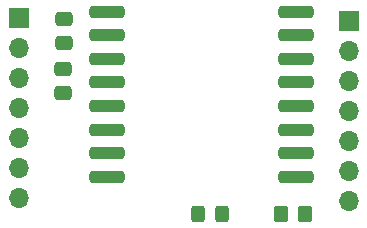
<source format=gbr>
%TF.GenerationSoftware,KiCad,Pcbnew,6.0.5-a6ca702e91~116~ubuntu20.04.1*%
%TF.CreationDate,2022-05-10T07:15:39-05:00*%
%TF.ProjectId,Ra-01_433Mhz_v001,52612d30-315f-4343-9333-4d687a5f7630,rev?*%
%TF.SameCoordinates,Original*%
%TF.FileFunction,Soldermask,Top*%
%TF.FilePolarity,Negative*%
%FSLAX46Y46*%
G04 Gerber Fmt 4.6, Leading zero omitted, Abs format (unit mm)*
G04 Created by KiCad (PCBNEW 6.0.5-a6ca702e91~116~ubuntu20.04.1) date 2022-05-10 07:15:39*
%MOMM*%
%LPD*%
G01*
G04 APERTURE LIST*
G04 Aperture macros list*
%AMRoundRect*
0 Rectangle with rounded corners*
0 $1 Rounding radius*
0 $2 $3 $4 $5 $6 $7 $8 $9 X,Y pos of 4 corners*
0 Add a 4 corners polygon primitive as box body*
4,1,4,$2,$3,$4,$5,$6,$7,$8,$9,$2,$3,0*
0 Add four circle primitives for the rounded corners*
1,1,$1+$1,$2,$3*
1,1,$1+$1,$4,$5*
1,1,$1+$1,$6,$7*
1,1,$1+$1,$8,$9*
0 Add four rect primitives between the rounded corners*
20,1,$1+$1,$2,$3,$4,$5,0*
20,1,$1+$1,$4,$5,$6,$7,0*
20,1,$1+$1,$6,$7,$8,$9,0*
20,1,$1+$1,$8,$9,$2,$3,0*%
G04 Aperture macros list end*
%ADD10RoundRect,0.250000X-0.475000X0.337500X-0.475000X-0.337500X0.475000X-0.337500X0.475000X0.337500X0*%
%ADD11RoundRect,0.250000X0.475000X-0.337500X0.475000X0.337500X-0.475000X0.337500X-0.475000X-0.337500X0*%
%ADD12R,1.700000X1.700000*%
%ADD13O,1.700000X1.700000*%
%ADD14RoundRect,0.250000X0.350000X0.450000X-0.350000X0.450000X-0.350000X-0.450000X0.350000X-0.450000X0*%
%ADD15RoundRect,0.250000X-0.325000X-0.450000X0.325000X-0.450000X0.325000X0.450000X-0.325000X0.450000X0*%
%ADD16RoundRect,0.250000X-1.250000X0.250000X-1.250000X-0.250000X1.250000X-0.250000X1.250000X0.250000X0*%
G04 APERTURE END LIST*
D10*
%TO.C,C1*%
X143470000Y-82652500D03*
X143470000Y-84727500D03*
%TD*%
D11*
%TO.C,C2*%
X143500000Y-80467500D03*
X143500000Y-78392500D03*
%TD*%
D12*
%TO.C,J1*%
X139700000Y-78300000D03*
D13*
X139700000Y-80840000D03*
X139700000Y-83380000D03*
X139700000Y-85920000D03*
X139700000Y-88460000D03*
X139700000Y-91000000D03*
X139700000Y-93540000D03*
%TD*%
D12*
%TO.C,J2*%
X167640000Y-78600000D03*
D13*
X167640000Y-81140000D03*
X167640000Y-83680000D03*
X167640000Y-86220000D03*
X167640000Y-88760000D03*
X167640000Y-91300000D03*
X167640000Y-93840000D03*
%TD*%
D14*
%TO.C,R1*%
X163900000Y-94940000D03*
X161900000Y-94940000D03*
%TD*%
D15*
%TO.C,D1*%
X154847500Y-94960000D03*
X156897500Y-94960000D03*
%TD*%
D16*
%TO.C,U1*%
X147140000Y-77790000D03*
X147140000Y-79790000D03*
X147140000Y-81790000D03*
X147140000Y-83790000D03*
X147140000Y-85790000D03*
X147140000Y-87790000D03*
X147140000Y-89790000D03*
X147140000Y-91790000D03*
X163140000Y-91790000D03*
X163140000Y-89790000D03*
X163140000Y-87790000D03*
X163140000Y-85790000D03*
X163140000Y-83790000D03*
X163140000Y-81790000D03*
X163140000Y-79790000D03*
X163140000Y-77790000D03*
%TD*%
M02*

</source>
